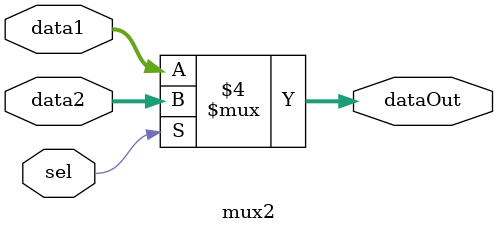
<source format=v>
module mux2(sel, data1, data2, dataOut);
	parameter DATA_BIT_WIDTH = 32;
	
	input sel;
	input [DATA_BIT_WIDTH - 1:0] data1;
	input [DATA_BIT_WIDTH - 1:0] data2;
	output [DATA_BIT_WIDTH - 1:0] dataOut;
	reg [DATA_BIT_WIDTH - 1:0] dataOut;
	
	always @(*) begin
		if (sel == 1'b1)
			dataOut <= data2;
		else
			dataOut <= data1;
	end
endmodule
</source>
